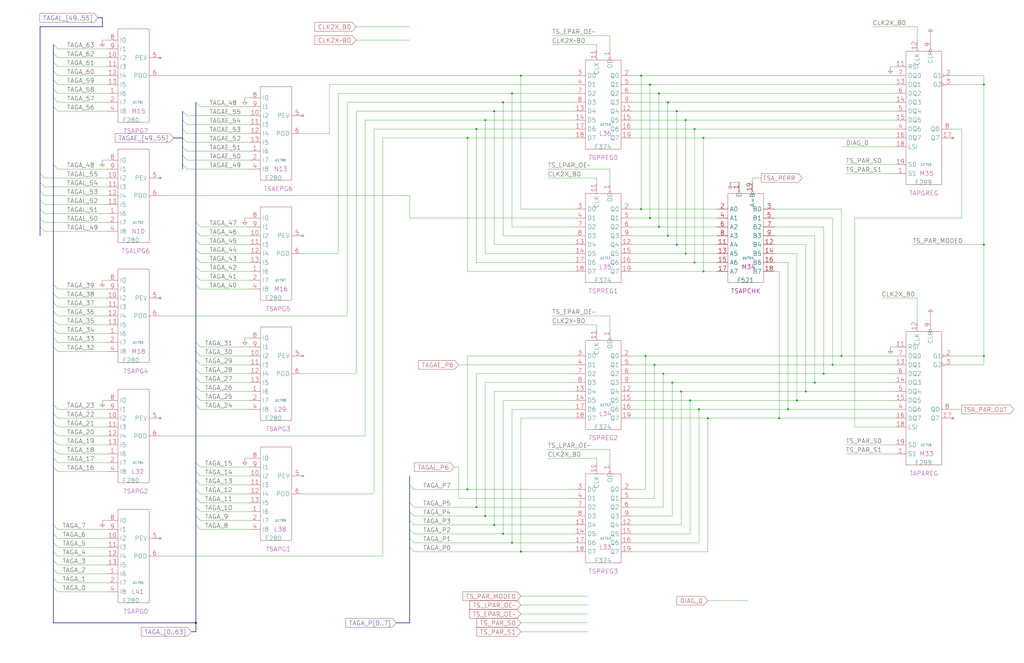
<source format=kicad_sch>
(kicad_sch (version 20230121) (generator eeschema)
  (paper "User" 584.2 378.46)
  (title_block (title "TAGACOMP\\nPARITY") (date "08-MAR-90") (rev "0.0") (comment 1 "MEM32 BOARD") (comment 2 "232-003066") (comment 3 "S400") (comment 4 "RELEASED"))
  (lib_symbols
    (symbol "r1000:F280" (pin_names (offset 1.016))
      (property "Reference" "U" (at 2.54 5.08 0))
      (property "Value" "F280" (at -6.35 -5.08 0))
      (property "Location" "___" (at -1.27 0 0))
      (property "Name" "______" (at 1.27 -12.7 0))
      (symbol "F280_1_1"
        (rectangle (start -8.89 46.99) (end 8.89 -6.35))
        (pin input line (at -15.24 10.16 0) (length 6.35) (name "I6") (number "1"))
        (pin input line (at -15.24 30.48 0) (length 6.35) (name "I2") (number "10"))
        (pin input line (at -15.24 25.4 0) (length 6.35) (name "I3") (number "11"))
        (pin input line (at -15.24 20.32 0) (length 6.35) (name "I4") (number "12"))
        (pin input line (at -15.24 15.24 0) (length 6.35) (name "I5") (number "13"))
        (pin input line (at -15.24 5.08 0) (length 6.35) (name "I7") (number "2"))
        (pin input line (at -15.24 0 0) (length 6.35) (name "I8") (number "4"))
        (pin output line (at 15.24 30.48 180) (length 6.35) (name "PEV") (number "5"))
        (pin output line (at 15.24 20.32 180) (length 6.35) (name "POD") (number "6"))
        (pin input line (at -15.24 40.64 0) (length 6.35) (name "I0") (number "8"))
        (pin input line (at -15.24 35.56 0) (length 6.35) (name "I1") (number "9"))
      )
    )
    (symbol "r1000:F299" (pin_names (offset 1.016))
      (property "Reference" "U" (at 2.54 5.08 0))
      (property "Value" "F299" (at -3.81 -5.08 0))
      (property "Location" "___" (at -1.27 0 0))
      (property "Name" "______" (at 1.27 -12.7 0))
      (symbol "F299_1_1"
        (rectangle (start -8.89 69.85) (end 11.43 -6.35))
        (circle (center 5.08 70.485) (radius 0.635))
        (circle (center 12.065 50.8) (radius 0.635))
        (circle (center 12.065 55.88) (radius 0.635))
        (pin input line (at -15.24 0 0) (length 6.35) (name "S1") (number "1"))
        (pin input line (at -15.24 60.96 0) (length 6.35) (name "RSI") (number "11"))
        (pin input line (at -2.54 76.2 270) (length 6.35) (name "CLK") (number "12"))
        (pin bidirectional line (at -15.24 50.8 0) (length 6.35) (name "DQ1") (number "13"))
        (pin bidirectional line (at -15.24 40.64 0) (length 6.35) (name "DQ3") (number "14"))
        (pin bidirectional line (at -15.24 30.48 0) (length 6.35) (name "DQ5") (number "15"))
        (pin bidirectional line (at -15.24 20.32 0) (length 6.35) (name "DQ7") (number "16"))
        (pin output line (at 17.78 20.32 180) (length 6.35) (name "Q7") (number "17"))
        (pin input line (at -15.24 15.24 0) (length 6.35) (name "LSI") (number "18"))
        (pin input line (at -15.24 5.08 0) (length 6.35) (name "S0") (number "19"))
        (pin input line (at 17.78 55.88 180) (length 5.08) (name "G1") (number "2"))
        (pin input line (at 17.78 50.8 180) (length 5.08) (name "G2") (number "3"))
        (pin bidirectional line (at -15.24 25.4 0) (length 6.35) (name "DQ6") (number "4"))
        (pin bidirectional line (at -15.24 35.56 0) (length 6.35) (name "DQ4") (number "5"))
        (pin bidirectional line (at -15.24 45.72 0) (length 6.35) (name "DQ2") (number "6"))
        (pin bidirectional line (at -15.24 55.88 0) (length 6.35) (name "DQ0") (number "7"))
        (pin output line (at 17.78 25.4 180) (length 6.35) (name "Q0") (number "8"))
        (pin input line (at 5.08 76.2 270) (length 5.08) (name "CLR") (number "9"))
      )
    )
    (symbol "r1000:F374" (pin_names (offset 1.016))
      (property "Reference" "U" (at 2.54 5.08 0))
      (property "Value" "F374" (at -3.81 -7.62 0))
      (property "Location" "___" (at -1.27 0 0))
      (property "Name" "______" (at 1.27 -15.24 0))
      (symbol "F374_1_1"
        (rectangle (start -8.89 41.91) (end 11.43 -8.89))
        (circle (center 5.08 42.545) (radius 0.635))
        (pin input line (at 5.08 48.26 270) (length 5.08) (name "OE") (number "1"))
        (pin input line (at -2.54 48.26 270) (length 6.35) (name "CLK") (number "11"))
        (pin tri_state line (at 17.78 12.7 180) (length 6.35) (name "Q4") (number "12"))
        (pin input line (at -15.24 12.7 0) (length 6.35) (name "D4") (number "13"))
        (pin input line (at -15.24 7.62 0) (length 6.35) (name "D5") (number "14"))
        (pin tri_state line (at 17.78 7.62 180) (length 6.35) (name "Q5") (number "15"))
        (pin tri_state line (at 17.78 2.54 180) (length 6.35) (name "Q6") (number "16"))
        (pin input line (at -15.24 2.54 0) (length 6.35) (name "D6") (number "17"))
        (pin input line (at -15.24 -2.54 0) (length 6.35) (name "D7") (number "18"))
        (pin tri_state line (at 17.78 -2.54 180) (length 6.35) (name "Q7") (number "19"))
        (pin tri_state line (at 17.78 33.02 180) (length 6.35) (name "Q0") (number "2"))
        (pin input line (at -15.24 33.02 0) (length 6.35) (name "D0") (number "3"))
        (pin input line (at -15.24 27.94 0) (length 6.35) (name "D1") (number "4"))
        (pin tri_state line (at 17.78 27.94 180) (length 6.35) (name "Q1") (number "5"))
        (pin tri_state line (at 17.78 22.86 180) (length 6.35) (name "Q2") (number "6"))
        (pin input line (at -15.24 22.86 0) (length 6.35) (name "D2") (number "7"))
        (pin input line (at -15.24 17.78 0) (length 6.35) (name "D3") (number "8"))
        (pin tri_state line (at 17.78 17.78 180) (length 6.35) (name "Q3") (number "9"))
      )
    )
    (symbol "r1000:F521" (pin_names (offset 1.016))
      (property "Reference" "U" (at 2.54 5.08 0))
      (property "Value" "F521" (at -3.81 -7.62 0))
      (property "Location" "___" (at -1.27 0 0))
      (property "Name" "______" (at 1.27 -15.24 0))
      (symbol "F521_1_1"
        (rectangle (start -8.89 41.91) (end 11.43 -8.89))
        (circle (center -2.54 42.545) (radius 0.635))
        (circle (center 5.08 42.545) (radius 0.635))
        (pin input line (at -2.54 48.26 270) (length 5.08) (name "E") (number "1"))
        (pin input line (at -15.24 12.7 0) (length 6.35) (name "A4") (number "11"))
        (pin input line (at 17.78 12.7 180) (length 6.35) (name "B4") (number "12"))
        (pin input line (at -15.24 7.62 0) (length 6.35) (name "A5") (number "13"))
        (pin input line (at 17.78 7.62 180) (length 6.35) (name "B5") (number "14"))
        (pin input line (at -15.24 2.54 0) (length 6.35) (name "A6") (number "15"))
        (pin input line (at 17.78 2.54 180) (length 6.35) (name "B6") (number "16"))
        (pin input line (at -15.24 -2.54 0) (length 6.35) (name "A7") (number "17"))
        (pin input line (at 17.78 -2.54 180) (length 6.35) (name "B7") (number "18"))
        (pin output line (at 5.08 48.26 270) (length 5.08) (name "A=B") (number "19"))
        (pin input line (at -15.24 33.02 0) (length 6.35) (name "A0") (number "2"))
        (pin input line (at 17.78 33.02 180) (length 6.35) (name "B0") (number "3"))
        (pin input line (at -15.24 27.94 0) (length 6.35) (name "A1") (number "4"))
        (pin input line (at 17.78 27.94 180) (length 6.35) (name "B1") (number "5"))
        (pin input line (at -15.24 22.86 0) (length 6.35) (name "A2") (number "6"))
        (pin input line (at 17.78 22.86 180) (length 6.35) (name "B2") (number "7"))
        (pin input line (at -15.24 17.78 0) (length 6.35) (name "A3") (number "8"))
        (pin input line (at 17.78 17.78 180) (length 6.35) (name "B3") (number "9"))
      )
    )
    (symbol "r1000:PD" (power) (pin_numbers hide) (pin_names hide) (in_bom no)
      (symbol "PD_0_1"
        (polyline (pts (xy 0 -2.54) (xy 1.27 -2.54) (xy 0 -3.81) (xy -1.27 -2.54) (xy 0 -2.54)) (stroke (width 0.1524)))
      )
      (symbol "PD_1_1"
        (pin power_in line (at 0 0 270) (length 2.54) (name "PD") (number "1"))
      )
    )
    (symbol "r1000:PU" (power) (pin_numbers hide) (pin_names hide)
      (symbol "PU_0_1"
        (polyline (pts (xy 0 2.54) (xy -1.27 2.54) (xy 0 3.81) (xy 1.27 2.54) (xy 0 2.54)) (stroke (width 0.1524)))
      )
      (symbol "PU_1_1"
        (pin power_in line (at 0 0 90) (length 2.54) (name "PU") (number "1"))
      )
    )
  )
  (junction (at 391.16 144.78))
  (junction (at 401.32 78.74))
  (junction (at 375.92 53.34))
  (junction (at 386.08 63.5))
  (junction (at 386.08 139.7))
  (junction (at 271.78 289.56))
  (junction (at 297.18 43.18))
  (junction (at 449.58 233.68))
  (junction (at 373.38 208.28))
  (junction (at 381 134.62))
  (junction (at 276.86 68.58))
  (junction (at 469.9 213.36))
  (junction (at 388.62 223.52))
  (junction (at 561.34 139.7))
  (junction (at 365.76 43.18))
  (junction (at 111.76 355.6))
  (junction (at 292.1 53.34))
  (junction (at 393.7 228.6))
  (junction (at 444.5 238.76))
  (junction (at 368.3 203.2))
  (junction (at 375.92 129.54))
  (junction (at 370.84 48.26))
  (junction (at 292.1 309.88))
  (junction (at 365.76 119.38))
  (junction (at 281.94 63.5))
  (junction (at 401.32 154.94))
  (junction (at 297.18 314.96))
  (junction (at 271.78 73.66))
  (junction (at 398.78 233.68))
  (junction (at 370.84 124.46))
  (junction (at 383.54 218.44))
  (junction (at 287.02 304.8))
  (junction (at 266.7 279.4))
  (junction (at 561.34 203.2))
  (junction (at 561.34 48.26))
  (junction (at 396.24 73.66))
  (junction (at 459.74 223.52))
  (junction (at 281.94 299.72))
  (junction (at 464.82 218.44))
  (junction (at 287.02 58.42))
  (junction (at 403.86 238.76))
  (junction (at 474.98 208.28))
  (junction (at 276.86 294.64))
  (junction (at 381 58.42))
  (junction (at 480.06 203.2))
  (junction (at 266.7 78.74))
  (junction (at 396.24 149.86))
  (junction (at 378.46 213.36))
  (junction (at 454.66 228.6))
  (junction (at 391.16 68.58))
  (no_connect (at 91.44 307.34))
  (no_connect (at 172.72 134.62))
  (no_connect (at 543.56 78.74))
  (no_connect (at 91.44 170.18))
  (no_connect (at 91.44 101.6))
  (no_connect (at 172.72 203.2))
  (no_connect (at 172.72 271.78))
  (no_connect (at 543.56 238.76))
  (no_connect (at 91.44 33.02))
  (no_connect (at 91.44 238.76))
  (no_connect (at 172.72 66.04))
  (bus_entry (at 233.68 297.18) (size 2.54 2.54))
  (bus_entry (at 22.86 119.38) (size 2.54 2.54))
  (bus_entry (at 104.14 78.74) (size 2.54 2.54))
  (bus_entry (at 111.76 231.14) (size 2.54 2.54))
  (bus_entry (at 30.48 45.72) (size 2.54 2.54))
  (bus_entry (at 111.76 210.82) (size 2.54 2.54))
  (bus_entry (at 22.86 99.06) (size 2.54 2.54))
  (bus_entry (at 104.14 93.98) (size 2.54 2.54))
  (bus_entry (at 111.76 284.48) (size 2.54 2.54))
  (bus_entry (at 111.76 195.58) (size 2.54 2.54))
  (bus_entry (at 30.48 193.04) (size 2.54 2.54))
  (bus_entry (at 30.48 182.88) (size 2.54 2.54))
  (bus_entry (at 30.48 261.62) (size 2.54 2.54))
  (bus_entry (at 233.68 276.86) (size 2.54 2.54))
  (bus_entry (at 104.14 83.82) (size 2.54 2.54))
  (bus_entry (at 30.48 50.8) (size 2.54 2.54))
  (bus_entry (at 111.76 215.9) (size 2.54 2.54))
  (bus_entry (at 233.68 292.1) (size 2.54 2.54))
  (bus_entry (at 111.76 226.06) (size 2.54 2.54))
  (bus_entry (at 111.76 274.32) (size 2.54 2.54))
  (bus_entry (at 30.48 177.8) (size 2.54 2.54))
  (bus_entry (at 111.76 147.32) (size 2.54 2.54))
  (bus_entry (at 111.76 162.56) (size 2.54 2.54))
  (bus_entry (at 30.48 167.64) (size 2.54 2.54))
  (bus_entry (at 30.48 40.64) (size 2.54 2.54))
  (bus_entry (at 111.76 279.4) (size 2.54 2.54))
  (bus_entry (at 111.76 200.66) (size 2.54 2.54))
  (bus_entry (at 111.76 152.4) (size 2.54 2.54))
  (bus_entry (at 30.48 330.2) (size 2.54 2.54))
  (bus_entry (at 30.48 320.04) (size 2.54 2.54))
  (bus_entry (at 30.48 309.88) (size 2.54 2.54))
  (bus_entry (at 22.86 129.54) (size 2.54 2.54))
  (bus_entry (at 30.48 231.14) (size 2.54 2.54))
  (bus_entry (at 30.48 241.3) (size 2.54 2.54))
  (bus_entry (at 104.14 88.9) (size 2.54 2.54))
  (bus_entry (at 30.48 246.38) (size 2.54 2.54))
  (bus_entry (at 30.48 335.28) (size 2.54 2.54))
  (bus_entry (at 30.48 299.72) (size 2.54 2.54))
  (bus_entry (at 233.68 287.02) (size 2.54 2.54))
  (bus_entry (at 233.68 307.34) (size 2.54 2.54))
  (bus_entry (at 111.76 269.24) (size 2.54 2.54))
  (bus_entry (at 111.76 142.24) (size 2.54 2.54))
  (bus_entry (at 104.14 63.5) (size 2.54 2.54))
  (bus_entry (at 111.76 58.42) (size 2.54 2.54))
  (bus_entry (at 111.76 157.48) (size 2.54 2.54))
  (bus_entry (at 30.48 172.72) (size 2.54 2.54))
  (bus_entry (at 111.76 205.74) (size 2.54 2.54))
  (bus_entry (at 30.48 35.56) (size 2.54 2.54))
  (bus_entry (at 111.76 264.16) (size 2.54 2.54))
  (bus_entry (at 111.76 220.98) (size 2.54 2.54))
  (bus_entry (at 30.48 236.22) (size 2.54 2.54))
  (bus_entry (at 111.76 299.72) (size 2.54 2.54))
  (bus_entry (at 111.76 127) (size 2.54 2.54))
  (bus_entry (at 22.86 124.46) (size 2.54 2.54))
  (bus_entry (at 22.86 104.14) (size 2.54 2.54))
  (bus_entry (at 30.48 55.88) (size 2.54 2.54))
  (bus_entry (at 30.48 266.7) (size 2.54 2.54))
  (bus_entry (at 111.76 289.56) (size 2.54 2.54))
  (bus_entry (at 30.48 325.12) (size 2.54 2.54))
  (bus_entry (at 104.14 68.58) (size 2.54 2.54))
  (bus_entry (at 30.48 30.48) (size 2.54 2.54))
  (bus_entry (at 30.48 25.4) (size 2.54 2.54))
  (bus_entry (at 22.86 109.22) (size 2.54 2.54))
  (bus_entry (at 30.48 304.8) (size 2.54 2.54))
  (bus_entry (at 30.48 251.46) (size 2.54 2.54))
  (bus_entry (at 30.48 162.56) (size 2.54 2.54))
  (bus_entry (at 104.14 73.66) (size 2.54 2.54))
  (bus_entry (at 30.48 60.96) (size 2.54 2.54))
  (bus_entry (at 22.86 114.3) (size 2.54 2.54))
  (bus_entry (at 30.48 93.98) (size 2.54 2.54))
  (bus_entry (at 30.48 198.12) (size 2.54 2.54))
  (bus_entry (at 30.48 314.96) (size 2.54 2.54))
  (bus_entry (at 111.76 294.64) (size 2.54 2.54))
  (bus_entry (at 233.68 302.26) (size 2.54 2.54))
  (bus_entry (at 30.48 256.54) (size 2.54 2.54))
  (bus_entry (at 111.76 137.16) (size 2.54 2.54))
  (bus_entry (at 233.68 312.42) (size 2.54 2.54))
  (bus_entry (at 111.76 132.08) (size 2.54 2.54))
  (bus_entry (at 30.48 187.96) (size 2.54 2.54))
  (wire (pts (xy 218.44 317.5) (xy 218.44 78.74)))
  (bus (pts (xy 111.76 152.4) (xy 111.76 157.48)))
  (wire (pts (xy 114.3 302.26) (xy 142.24 302.26)))
  (wire (pts (xy 114.3 139.7) (xy 142.24 139.7)))
  (wire (pts (xy 340.36 25.4) (xy 340.36 27.94)))
  (wire (pts (xy 396.24 149.86) (xy 408.94 149.86)))
  (wire (pts (xy 469.9 129.54) (xy 441.96 129.54)))
  (wire (pts (xy 386.08 63.5) (xy 386.08 139.7)))
  (wire (pts (xy 530.86 20.32) (xy 530.86 22.86)))
  (wire (pts (xy 297.18 360.68) (xy 335.28 360.68)))
  (bus (pts (xy 30.48 335.28) (xy 30.48 355.6)))
  (wire (pts (xy 444.5 154.94) (xy 444.5 238.76)))
  (wire (pts (xy 266.7 78.74) (xy 327.66 78.74)))
  (wire (pts (xy 449.58 233.68) (xy 510.54 233.68)))
  (wire (pts (xy 281.94 299.72) (xy 281.94 223.52)))
  (wire (pts (xy 91.44 180.34) (xy 198.12 180.34)))
  (bus (pts (xy 111.76 269.24) (xy 111.76 274.32)))
  (wire (pts (xy 360.68 129.54) (xy 375.92 129.54)))
  (bus (pts (xy 22.86 114.3) (xy 22.86 119.38)))
  (bus (pts (xy 226.06 355.6) (xy 233.68 355.6)))
  (wire (pts (xy 360.68 228.6) (xy 393.7 228.6)))
  (wire (pts (xy 469.9 213.36) (xy 469.9 129.54)))
  (wire (pts (xy 193.04 144.78) (xy 193.04 53.34)))
  (bus (pts (xy 109.22 360.68) (xy 111.76 360.68)))
  (wire (pts (xy 58.42 160.02) (xy 60.96 160.02)))
  (bus (pts (xy 111.76 289.56) (xy 111.76 294.64)))
  (wire (pts (xy 398.78 233.68) (xy 449.58 233.68)))
  (bus (pts (xy 30.48 198.12) (xy 30.48 231.14)))
  (wire (pts (xy 266.7 203.2) (xy 266.7 279.4)))
  (bus (pts (xy 233.68 297.18) (xy 233.68 302.26)))
  (wire (pts (xy 360.68 238.76) (xy 403.86 238.76)))
  (wire (pts (xy 347.98 96.52) (xy 347.98 104.14)))
  (bus (pts (xy 30.48 172.72) (xy 30.48 177.8)))
  (bus (pts (xy 30.48 320.04) (xy 30.48 325.12)))
  (wire (pts (xy 312.42 256.54) (xy 347.98 256.54)))
  (wire (pts (xy 114.3 154.94) (xy 142.24 154.94)))
  (wire (pts (xy 561.34 139.7) (xy 561.34 203.2)))
  (wire (pts (xy 91.44 111.76) (xy 233.68 111.76)))
  (wire (pts (xy 398.78 233.68) (xy 398.78 309.88)))
  (wire (pts (xy 172.72 144.78) (xy 193.04 144.78)))
  (bus (pts (xy 111.76 137.16) (xy 111.76 142.24)))
  (wire (pts (xy 360.68 68.58) (xy 391.16 68.58)))
  (bus (pts (xy 111.76 220.98) (xy 111.76 226.06)))
  (wire (pts (xy 287.02 58.42) (xy 327.66 58.42)))
  (wire (pts (xy 33.02 195.58) (xy 60.96 195.58)))
  (wire (pts (xy 378.46 213.36) (xy 469.9 213.36)))
  (wire (pts (xy 365.76 119.38) (xy 408.94 119.38)))
  (bus (pts (xy 104.14 73.66) (xy 104.14 78.74)))
  (wire (pts (xy 33.02 307.34) (xy 60.96 307.34)))
  (wire (pts (xy 381 134.62) (xy 408.94 134.62)))
  (bus (pts (xy 30.48 35.56) (xy 30.48 40.64)))
  (wire (pts (xy 297.18 340.36) (xy 335.28 340.36)))
  (bus (pts (xy 30.48 60.96) (xy 30.48 93.98)))
  (wire (pts (xy 236.22 279.4) (xy 266.7 279.4)))
  (wire (pts (xy 327.66 218.44) (xy 276.86 218.44)))
  (bus (pts (xy 111.76 231.14) (xy 111.76 264.16)))
  (wire (pts (xy 454.66 228.6) (xy 510.54 228.6)))
  (wire (pts (xy 114.3 266.7) (xy 142.24 266.7)))
  (bus (pts (xy 111.76 157.48) (xy 111.76 162.56)))
  (wire (pts (xy 33.02 233.68) (xy 60.96 233.68)))
  (wire (pts (xy 233.68 111.76) (xy 233.68 124.46)))
  (wire (pts (xy 360.68 119.38) (xy 365.76 119.38)))
  (wire (pts (xy 393.7 304.8) (xy 393.7 228.6)))
  (bus (pts (xy 30.48 55.88) (xy 30.48 60.96)))
  (wire (pts (xy 236.22 294.64) (xy 276.86 294.64)))
  (bus (pts (xy 30.48 193.04) (xy 30.48 198.12)))
  (wire (pts (xy 327.66 134.62) (xy 287.02 134.62)))
  (wire (pts (xy 459.74 223.52) (xy 510.54 223.52)))
  (wire (pts (xy 459.74 139.7) (xy 441.96 139.7)))
  (bus (pts (xy 233.68 292.1) (xy 233.68 297.18)))
  (wire (pts (xy 114.3 287.02) (xy 142.24 287.02)))
  (wire (pts (xy 271.78 213.36) (xy 327.66 213.36)))
  (wire (pts (xy 441.96 124.46) (xy 474.98 124.46)))
  (wire (pts (xy 375.92 53.34) (xy 375.92 129.54)))
  (wire (pts (xy 25.4 101.6) (xy 60.96 101.6)))
  (bus (pts (xy 30.48 299.72) (xy 30.48 304.8)))
  (wire (pts (xy 33.02 96.52) (xy 60.96 96.52)))
  (bus (pts (xy 233.68 276.86) (xy 233.68 287.02)))
  (wire (pts (xy 561.34 43.18) (xy 561.34 48.26)))
  (wire (pts (xy 360.68 58.42) (xy 381 58.42)))
  (wire (pts (xy 114.3 213.36) (xy 142.24 213.36)))
  (wire (pts (xy 292.1 53.34) (xy 292.1 129.54)))
  (wire (pts (xy 297.18 238.76) (xy 297.18 314.96)))
  (wire (pts (xy 502.92 170.18) (xy 523.24 170.18)))
  (wire (pts (xy 266.7 279.4) (xy 327.66 279.4)))
  (wire (pts (xy 33.02 317.5) (xy 60.96 317.5)))
  (wire (pts (xy 292.1 129.54) (xy 327.66 129.54)))
  (wire (pts (xy 271.78 149.86) (xy 327.66 149.86)))
  (wire (pts (xy 365.76 43.18) (xy 510.54 43.18)))
  (wire (pts (xy 106.68 81.28) (xy 142.24 81.28)))
  (bus (pts (xy 22.86 124.46) (xy 22.86 129.54)))
  (wire (pts (xy 454.66 144.78) (xy 454.66 228.6)))
  (bus (pts (xy 30.48 231.14) (xy 30.48 236.22)))
  (wire (pts (xy 198.12 58.42) (xy 287.02 58.42)))
  (bus (pts (xy 233.68 271.78) (xy 233.68 276.86)))
  (wire (pts (xy 276.86 68.58) (xy 327.66 68.58)))
  (wire (pts (xy 386.08 63.5) (xy 510.54 63.5)))
  (wire (pts (xy 25.4 106.68) (xy 60.96 106.68)))
  (wire (pts (xy 370.84 48.26) (xy 510.54 48.26)))
  (wire (pts (xy 261.62 284.48) (xy 261.62 266.7)))
  (wire (pts (xy 281.94 139.7) (xy 327.66 139.7)))
  (wire (pts (xy 340.36 261.62) (xy 340.36 264.16)))
  (bus (pts (xy 111.76 127) (xy 111.76 132.08)))
  (wire (pts (xy 33.02 200.66) (xy 60.96 200.66)))
  (wire (pts (xy 378.46 289.56) (xy 360.68 289.56)))
  (wire (pts (xy 368.3 203.2) (xy 368.3 279.4)))
  (wire (pts (xy 391.16 144.78) (xy 408.94 144.78)))
  (wire (pts (xy 381 58.42) (xy 381 134.62)))
  (wire (pts (xy 327.66 238.76) (xy 297.18 238.76)))
  (bus (pts (xy 30.48 256.54) (xy 30.48 261.62)))
  (wire (pts (xy 33.02 180.34) (xy 60.96 180.34)))
  (wire (pts (xy 327.66 203.2) (xy 266.7 203.2)))
  (bus (pts (xy 104.14 83.82) (xy 104.14 88.9)))
  (wire (pts (xy 360.68 314.96) (xy 403.86 314.96)))
  (wire (pts (xy 327.66 154.94) (xy 266.7 154.94)))
  (wire (pts (xy 233.68 124.46) (xy 327.66 124.46)))
  (wire (pts (xy 360.68 48.26) (xy 370.84 48.26)))
  (bus (pts (xy 99.06 78.74) (xy 104.14 78.74)))
  (bus (pts (xy 30.48 355.6) (xy 111.76 355.6)))
  (wire (pts (xy 58.42 22.86) (xy 60.96 22.86)))
  (wire (pts (xy 561.34 208.28) (xy 543.56 208.28)))
  (bus (pts (xy 233.68 307.34) (xy 233.68 312.42)))
  (wire (pts (xy 381 58.42) (xy 510.54 58.42)))
  (wire (pts (xy 441.96 134.62) (xy 464.82 134.62)))
  (bus (pts (xy 104.14 63.5) (xy 104.14 68.58)))
  (wire (pts (xy 403.86 342.9) (xy 426.72 342.9)))
  (wire (pts (xy 218.44 78.74) (xy 266.7 78.74)))
  (bus (pts (xy 233.68 312.42) (xy 233.68 355.6)))
  (bus (pts (xy 22.86 109.22) (xy 22.86 114.3)))
  (wire (pts (xy 360.68 218.44) (xy 383.54 218.44)))
  (wire (pts (xy 33.02 312.42) (xy 60.96 312.42)))
  (wire (pts (xy 312.42 101.6) (xy 340.36 101.6)))
  (wire (pts (xy 33.02 322.58) (xy 60.96 322.58)))
  (wire (pts (xy 403.86 314.96) (xy 403.86 238.76)))
  (wire (pts (xy 360.68 73.66) (xy 396.24 73.66)))
  (wire (pts (xy 388.62 223.52) (xy 388.62 299.72)))
  (wire (pts (xy 497.84 15.24) (xy 523.24 15.24)))
  (bus (pts (xy 104.14 88.9) (xy 104.14 93.98)))
  (wire (pts (xy 340.36 185.42) (xy 340.36 187.96)))
  (bus (pts (xy 111.76 132.08) (xy 111.76 137.16)))
  (wire (pts (xy 33.02 238.76) (xy 60.96 238.76)))
  (bus (pts (xy 111.76 274.32) (xy 111.76 279.4)))
  (wire (pts (xy 314.96 180.34) (xy 347.98 180.34)))
  (wire (pts (xy 347.98 20.32) (xy 347.98 27.94)))
  (wire (pts (xy 292.1 309.88) (xy 327.66 309.88)))
  (wire (pts (xy 360.68 233.68) (xy 398.78 233.68)))
  (wire (pts (xy 480.06 119.38) (xy 441.96 119.38)))
  (wire (pts (xy 114.3 60.96) (xy 142.24 60.96)))
  (wire (pts (xy 327.66 228.6) (xy 287.02 228.6)))
  (wire (pts (xy 360.68 284.48) (xy 373.38 284.48)))
  (wire (pts (xy 373.38 208.28) (xy 474.98 208.28)))
  (wire (pts (xy 398.78 309.88) (xy 360.68 309.88)))
  (wire (pts (xy 236.22 314.96) (xy 297.18 314.96)))
  (wire (pts (xy 172.72 281.94) (xy 213.36 281.94)))
  (bus (pts (xy 30.48 266.7) (xy 30.48 299.72)))
  (wire (pts (xy 198.12 180.34) (xy 198.12 58.42)))
  (wire (pts (xy 401.32 78.74) (xy 401.32 154.94)))
  (wire (pts (xy 469.9 213.36) (xy 510.54 213.36)))
  (bus (pts (xy 30.48 50.8) (xy 30.48 55.88)))
  (wire (pts (xy 114.3 208.28) (xy 142.24 208.28)))
  (wire (pts (xy 543.56 233.68) (xy 548.64 233.68)))
  (wire (pts (xy 327.66 119.38) (xy 297.18 119.38)))
  (wire (pts (xy 91.44 43.18) (xy 297.18 43.18)))
  (wire (pts (xy 271.78 73.66) (xy 327.66 73.66)))
  (wire (pts (xy 548.64 73.66) (xy 543.56 73.66)))
  (bus (pts (xy 30.48 30.48) (xy 30.48 35.56)))
  (wire (pts (xy 213.36 73.66) (xy 271.78 73.66)))
  (wire (pts (xy 401.32 154.94) (xy 408.94 154.94)))
  (wire (pts (xy 383.54 218.44) (xy 464.82 218.44)))
  (wire (pts (xy 327.66 144.78) (xy 276.86 144.78)))
  (wire (pts (xy 106.68 86.36) (xy 142.24 86.36)))
  (wire (pts (xy 487.68 124.46) (xy 548.64 124.46)))
  (bus (pts (xy 111.76 147.32) (xy 111.76 152.4)))
  (wire (pts (xy 360.68 203.2) (xy 368.3 203.2)))
  (wire (pts (xy 271.78 289.56) (xy 271.78 213.36)))
  (wire (pts (xy 213.36 281.94) (xy 213.36 73.66)))
  (wire (pts (xy 360.68 63.5) (xy 386.08 63.5)))
  (wire (pts (xy 203.2 63.5) (xy 281.94 63.5)))
  (wire (pts (xy 261.62 208.28) (xy 327.66 208.28)))
  (wire (pts (xy 114.3 198.12) (xy 142.24 198.12)))
  (wire (pts (xy 360.68 154.94) (xy 401.32 154.94)))
  (wire (pts (xy 91.44 248.92) (xy 208.28 248.92)))
  (wire (pts (xy 314.96 185.42) (xy 340.36 185.42)))
  (bus (pts (xy 233.68 287.02) (xy 233.68 292.1)))
  (wire (pts (xy 482.6 93.98) (xy 510.54 93.98)))
  (wire (pts (xy 208.28 248.92) (xy 208.28 68.58)))
  (wire (pts (xy 114.3 134.62) (xy 142.24 134.62)))
  (bus (pts (xy 111.76 210.82) (xy 111.76 215.9)))
  (wire (pts (xy 340.36 101.6) (xy 340.36 104.14)))
  (bus (pts (xy 30.48 314.96) (xy 30.48 320.04)))
  (wire (pts (xy 543.56 203.2) (xy 561.34 203.2)))
  (wire (pts (xy 561.34 203.2) (xy 561.34 208.28)))
  (wire (pts (xy 139.7 193.04) (xy 142.24 193.04)))
  (wire (pts (xy 312.42 261.62) (xy 340.36 261.62)))
  (wire (pts (xy 114.3 271.78) (xy 142.24 271.78)))
  (wire (pts (xy 287.02 134.62) (xy 287.02 58.42)))
  (wire (pts (xy 543.56 43.18) (xy 561.34 43.18)))
  (wire (pts (xy 510.54 243.84) (xy 487.68 243.84)))
  (wire (pts (xy 33.02 190.5) (xy 60.96 190.5)))
  (bus (pts (xy 30.48 251.46) (xy 30.48 256.54)))
  (wire (pts (xy 58.42 297.18) (xy 60.96 297.18)))
  (wire (pts (xy 114.3 203.2) (xy 142.24 203.2)))
  (wire (pts (xy 373.38 284.48) (xy 373.38 208.28)))
  (wire (pts (xy 482.6 254) (xy 510.54 254)))
  (wire (pts (xy 25.4 116.84) (xy 60.96 116.84)))
  (wire (pts (xy 360.68 294.64) (xy 383.54 294.64)))
  (wire (pts (xy 106.68 66.04) (xy 142.24 66.04)))
  (bus (pts (xy 22.86 15.24) (xy 22.86 99.06)))
  (wire (pts (xy 360.68 53.34) (xy 375.92 53.34)))
  (bus (pts (xy 111.76 205.74) (xy 111.76 210.82)))
  (wire (pts (xy 139.7 261.62) (xy 142.24 261.62)))
  (wire (pts (xy 33.02 254) (xy 60.96 254)))
  (wire (pts (xy 347.98 180.34) (xy 347.98 187.96)))
  (bus (pts (xy 111.76 294.64) (xy 111.76 299.72)))
  (wire (pts (xy 33.02 38.1) (xy 60.96 38.1)))
  (wire (pts (xy 548.64 124.46) (xy 548.64 73.66)))
  (bus (pts (xy 58.42 10.16) (xy 58.42 15.24)))
  (bus (pts (xy 30.48 187.96) (xy 30.48 193.04)))
  (wire (pts (xy 391.16 68.58) (xy 510.54 68.58)))
  (wire (pts (xy 33.02 170.18) (xy 60.96 170.18)))
  (bus (pts (xy 30.48 167.64) (xy 30.48 172.72)))
  (wire (pts (xy 523.24 170.18) (xy 523.24 182.88)))
  (wire (pts (xy 375.92 129.54) (xy 408.94 129.54)))
  (wire (pts (xy 360.68 223.52) (xy 388.62 223.52)))
  (wire (pts (xy 91.44 317.5) (xy 218.44 317.5)))
  (bus (pts (xy 111.76 162.56) (xy 111.76 195.58)))
  (wire (pts (xy 33.02 269.24) (xy 60.96 269.24)))
  (bus (pts (xy 30.48 162.56) (xy 30.48 167.64)))
  (bus (pts (xy 111.76 299.72) (xy 111.76 355.6)))
  (wire (pts (xy 464.82 134.62) (xy 464.82 218.44)))
  (wire (pts (xy 449.58 233.68) (xy 449.58 149.86)))
  (bus (pts (xy 30.48 241.3) (xy 30.48 246.38)))
  (bus (pts (xy 111.76 215.9) (xy 111.76 220.98)))
  (wire (pts (xy 530.86 180.34) (xy 530.86 182.88)))
  (bus (pts (xy 104.14 68.58) (xy 104.14 73.66)))
  (wire (pts (xy 33.02 175.26) (xy 60.96 175.26)))
  (wire (pts (xy 370.84 124.46) (xy 408.94 124.46)))
  (wire (pts (xy 114.3 292.1) (xy 142.24 292.1)))
  (wire (pts (xy 33.02 248.92) (xy 60.96 248.92)))
  (wire (pts (xy 114.3 149.86) (xy 142.24 149.86)))
  (wire (pts (xy 403.86 238.76) (xy 444.5 238.76)))
  (wire (pts (xy 378.46 213.36) (xy 378.46 289.56)))
  (wire (pts (xy 58.42 91.44) (xy 60.96 91.44)))
  (wire (pts (xy 482.6 259.08) (xy 510.54 259.08)))
  (wire (pts (xy 106.68 91.44) (xy 142.24 91.44)))
  (wire (pts (xy 508 38.1) (xy 510.54 38.1)))
  (wire (pts (xy 368.3 203.2) (xy 480.06 203.2)))
  (wire (pts (xy 487.68 243.84) (xy 487.68 124.46)))
  (bus (pts (xy 111.76 264.16) (xy 111.76 269.24)))
  (wire (pts (xy 114.3 297.18) (xy 142.24 297.18)))
  (wire (pts (xy 106.68 96.52) (xy 142.24 96.52)))
  (wire (pts (xy 203.2 213.36) (xy 203.2 63.5)))
  (wire (pts (xy 33.02 58.42) (xy 60.96 58.42)))
  (bus (pts (xy 58.42 15.24) (xy 22.86 15.24)))
  (wire (pts (xy 106.68 76.2) (xy 142.24 76.2)))
  (wire (pts (xy 114.3 129.54) (xy 142.24 129.54)))
  (wire (pts (xy 388.62 223.52) (xy 459.74 223.52)))
  (bus (pts (xy 30.48 93.98) (xy 30.48 162.56)))
  (wire (pts (xy 281.94 63.5) (xy 327.66 63.5)))
  (wire (pts (xy 25.4 132.08) (xy 60.96 132.08)))
  (wire (pts (xy 33.02 63.5) (xy 60.96 63.5)))
  (wire (pts (xy 33.02 185.42) (xy 60.96 185.42)))
  (bus (pts (xy 111.76 284.48) (xy 111.76 289.56)))
  (wire (pts (xy 370.84 48.26) (xy 370.84 124.46)))
  (wire (pts (xy 386.08 139.7) (xy 408.94 139.7)))
  (bus (pts (xy 111.76 279.4) (xy 111.76 284.48)))
  (wire (pts (xy 114.3 160.02) (xy 142.24 160.02)))
  (wire (pts (xy 33.02 27.94) (xy 60.96 27.94)))
  (wire (pts (xy 276.86 218.44) (xy 276.86 294.64)))
  (wire (pts (xy 172.72 213.36) (xy 203.2 213.36)))
  (wire (pts (xy 139.7 55.88) (xy 142.24 55.88)))
  (wire (pts (xy 271.78 289.56) (xy 327.66 289.56)))
  (bus (pts (xy 30.48 40.64) (xy 30.48 45.72)))
  (wire (pts (xy 520.7 139.7) (xy 561.34 139.7)))
  (wire (pts (xy 401.32 78.74) (xy 510.54 78.74)))
  (bus (pts (xy 233.68 302.26) (xy 233.68 307.34)))
  (wire (pts (xy 429.26 101.6) (xy 429.26 104.14)))
  (bus (pts (xy 30.48 309.88) (xy 30.48 314.96)))
  (wire (pts (xy 114.3 281.94) (xy 142.24 281.94)))
  (wire (pts (xy 396.24 73.66) (xy 396.24 149.86)))
  (wire (pts (xy 25.4 111.76) (xy 60.96 111.76)))
  (wire (pts (xy 360.68 208.28) (xy 373.38 208.28)))
  (wire (pts (xy 474.98 208.28) (xy 510.54 208.28)))
  (wire (pts (xy 543.56 48.26) (xy 561.34 48.26)))
  (wire (pts (xy 236.22 299.72) (xy 281.94 299.72)))
  (bus (pts (xy 104.14 78.74) (xy 104.14 83.82)))
  (wire (pts (xy 25.4 127) (xy 60.96 127)))
  (wire (pts (xy 360.68 43.18) (xy 365.76 43.18)))
  (bus (pts (xy 22.86 119.38) (xy 22.86 124.46)))
  (wire (pts (xy 33.02 43.18) (xy 60.96 43.18)))
  (wire (pts (xy 33.02 48.26) (xy 60.96 48.26)))
  (wire (pts (xy 508 198.12) (xy 510.54 198.12)))
  (bus (pts (xy 111.76 226.06) (xy 111.76 231.14)))
  (wire (pts (xy 480.06 203.2) (xy 510.54 203.2)))
  (wire (pts (xy 236.22 289.56) (xy 271.78 289.56)))
  (wire (pts (xy 360.68 144.78) (xy 391.16 144.78)))
  (bus (pts (xy 22.86 104.14) (xy 22.86 109.22)))
  (bus (pts (xy 111.76 142.24) (xy 111.76 147.32)))
  (bus (pts (xy 30.48 304.8) (xy 30.48 309.88)))
  (wire (pts (xy 287.02 228.6) (xy 287.02 304.8)))
  (wire (pts (xy 391.16 68.58) (xy 391.16 144.78)))
  (wire (pts (xy 33.02 337.82) (xy 60.96 337.82)))
  (wire (pts (xy 281.94 63.5) (xy 281.94 139.7)))
  (bus (pts (xy 30.48 236.22) (xy 30.48 241.3)))
  (bus (pts (xy 22.86 129.54) (xy 22.86 134.62)))
  (bus (pts (xy 30.48 261.62) (xy 30.48 266.7)))
  (bus (pts (xy 30.48 246.38) (xy 30.48 251.46)))
  (wire (pts (xy 292.1 233.68) (xy 327.66 233.68)))
  (bus (pts (xy 111.76 200.66) (xy 111.76 205.74)))
  (wire (pts (xy 292.1 53.34) (xy 327.66 53.34)))
  (wire (pts (xy 375.92 53.34) (xy 510.54 53.34)))
  (wire (pts (xy 187.96 48.26) (xy 327.66 48.26)))
  (wire (pts (xy 33.02 327.66) (xy 60.96 327.66)))
  (wire (pts (xy 58.42 228.6) (xy 60.96 228.6)))
  (wire (pts (xy 314.96 25.4) (xy 340.36 25.4)))
  (wire (pts (xy 266.7 154.94) (xy 266.7 78.74)))
  (wire (pts (xy 25.4 121.92) (xy 60.96 121.92)))
  (wire (pts (xy 203.2 22.86) (xy 233.68 22.86)))
  (wire (pts (xy 281.94 299.72) (xy 327.66 299.72)))
  (wire (pts (xy 360.68 304.8) (xy 393.7 304.8)))
  (wire (pts (xy 33.02 53.34) (xy 60.96 53.34)))
  (wire (pts (xy 365.76 43.18) (xy 365.76 119.38)))
  (bus (pts (xy 55.88 10.16) (xy 58.42 10.16)))
  (wire (pts (xy 114.3 165.1) (xy 142.24 165.1)))
  (wire (pts (xy 114.3 276.86) (xy 142.24 276.86)))
  (wire (pts (xy 561.34 48.26) (xy 561.34 139.7)))
  (wire (pts (xy 297.18 119.38) (xy 297.18 43.18)))
  (wire (pts (xy 449.58 149.86) (xy 441.96 149.86)))
  (wire (pts (xy 33.02 243.84) (xy 60.96 243.84)))
  (bus (pts (xy 30.48 325.12) (xy 30.48 330.2)))
  (wire (pts (xy 482.6 99.06) (xy 510.54 99.06)))
  (bus (pts (xy 111.76 360.68) (xy 111.76 355.6)))
  (wire (pts (xy 297.18 355.6) (xy 335.28 355.6)))
  (wire (pts (xy 312.42 96.52) (xy 347.98 96.52)))
  (wire (pts (xy 444.5 238.76) (xy 510.54 238.76)))
  (bus (pts (xy 30.48 182.88) (xy 30.48 187.96)))
  (bus (pts (xy 22.86 99.06) (xy 22.86 104.14)))
  (wire (pts (xy 259.08 266.7) (xy 261.62 266.7)))
  (wire (pts (xy 297.18 350.52) (xy 335.28 350.52)))
  (bus (pts (xy 30.48 330.2) (xy 30.48 335.28)))
  (wire (pts (xy 114.3 233.68) (xy 142.24 233.68)))
  (wire (pts (xy 187.96 76.2) (xy 187.96 48.26)))
  (wire (pts (xy 33.02 332.74) (xy 60.96 332.74)))
  (wire (pts (xy 271.78 73.66) (xy 271.78 149.86)))
  (wire (pts (xy 106.68 71.12) (xy 142.24 71.12)))
  (wire (pts (xy 434.34 101.6) (xy 429.26 101.6)))
  (bus (pts (xy 111.76 58.42) (xy 111.76 127)))
  (wire (pts (xy 523.24 15.24) (xy 523.24 22.86)))
  (wire (pts (xy 33.02 165.1) (xy 60.96 165.1)))
  (wire (pts (xy 114.3 228.6) (xy 142.24 228.6)))
  (wire (pts (xy 383.54 294.64) (xy 383.54 218.44)))
  (wire (pts (xy 276.86 144.78) (xy 276.86 68.58)))
  (wire (pts (xy 297.18 43.18) (xy 327.66 43.18)))
  (wire (pts (xy 208.28 68.58) (xy 276.86 68.58)))
  (wire (pts (xy 292.1 309.88) (xy 292.1 233.68)))
  (wire (pts (xy 480.06 83.82) (xy 510.54 83.82)))
  (wire (pts (xy 360.68 134.62) (xy 381 134.62)))
  (wire (pts (xy 388.62 299.72) (xy 360.68 299.72)))
  (wire (pts (xy 347.98 256.54) (xy 347.98 264.16)))
  (bus (pts (xy 104.14 93.98) (xy 104.14 96.52)))
  (wire (pts (xy 480.06 203.2) (xy 480.06 119.38)))
  (wire (pts (xy 297.18 345.44) (xy 335.28 345.44)))
  (wire (pts (xy 297.18 314.96) (xy 327.66 314.96)))
  (wire (pts (xy 368.3 279.4) (xy 360.68 279.4)))
  (wire (pts (xy 203.2 15.24) (xy 233.68 15.24)))
  (wire (pts (xy 33.02 302.26) (xy 60.96 302.26)))
  (wire (pts (xy 114.3 223.52) (xy 142.24 223.52)))
  (wire (pts (xy 172.72 76.2) (xy 187.96 76.2)))
  (wire (pts (xy 416.56 104.14) (xy 421.64 104.14)))
  (wire (pts (xy 33.02 33.02) (xy 60.96 33.02)))
  (wire (pts (xy 236.22 304.8) (xy 287.02 304.8)))
  (wire (pts (xy 474.98 124.46) (xy 474.98 208.28)))
  (wire (pts (xy 276.86 294.64) (xy 327.66 294.64)))
  (wire (pts (xy 360.68 139.7) (xy 386.08 139.7)))
  (bus (pts (xy 30.48 177.8) (xy 30.48 182.88)))
  (wire (pts (xy 360.68 149.86) (xy 396.24 149.86)))
  (wire (pts (xy 114.3 144.78) (xy 142.24 144.78)))
  (wire (pts (xy 441.96 144.78) (xy 454.66 144.78)))
  (wire (pts (xy 396.24 73.66) (xy 510.54 73.66)))
  (wire (pts (xy 114.3 218.44) (xy 142.24 218.44)))
  (wire (pts (xy 360.68 78.74) (xy 401.32 78.74)))
  (wire (pts (xy 33.02 259.08) (xy 60.96 259.08)))
  (wire (pts (xy 360.68 124.46) (xy 370.84 124.46)))
  (wire (pts (xy 33.02 264.16) (xy 60.96 264.16)))
  (bus (pts (xy 30.48 25.4) (xy 30.48 30.48)))
  (wire (pts (xy 139.7 124.46) (xy 142.24 124.46)))
  (wire (pts (xy 360.68 213.36) (xy 378.46 213.36)))
  (wire (pts (xy 459.74 223.52) (xy 459.74 139.7)))
  (wire (pts (xy 236.22 309.88) (xy 292.1 309.88)))
  (bus (pts (xy 30.48 45.72) (xy 30.48 50.8)))
  (wire (pts (xy 193.04 53.34) (xy 292.1 53.34)))
  (wire (pts (xy 441.96 154.94) (xy 444.5 154.94)))
  (wire (pts (xy 281.94 223.52) (xy 327.66 223.52)))
  (bus (pts (xy 111.76 195.58) (xy 111.76 200.66)))
  (wire (pts (xy 261.62 284.48) (xy 327.66 284.48)))
  (wire (pts (xy 393.7 228.6) (xy 454.66 228.6)))
  (wire (pts (xy 314.96 20.32) (xy 347.98 20.32)))
  (wire (pts (xy 464.82 218.44) (xy 510.54 218.44)))
  (wire (pts (xy 287.02 304.8) (xy 327.66 304.8)))
  (label "TAGA_11" (at 116.84 287.02 0) (effects (font (size 2.54 2.54))))
  (label "TAGA_7" (at 35.56 302.26 0) (effects (font (size 2.54 2.54))))
  (label "TAGA_P0" (at 241.3 314.96 0) (effects (font (size 2.54 2.54))))
  (label "TAGA_18" (at 38.1 259.08 0) (effects (font (size 2.54 2.54))))
  (label "TAGA_36" (at 38.1 180.34 0) (effects (font (size 2.54 2.54))))
  (label "TAGA_P3" (at 241.3 299.72 0) (effects (font (size 2.54 2.54))))
  (label "TAGA_33" (at 38.1 195.58 0) (effects (font (size 2.54 2.54))))
  (label "TAGA_34" (at 38.1 190.5 0) (effects (font (size 2.54 2.54))))
  (label "TAGA_63" (at 38.1 27.94 0) (effects (font (size 2.54 2.54))))
  (label "TAGAL_53" (at 38.1 111.76 0) (effects (font (size 2.54 2.54))))
  (label "CLK2X~B0" (at 314.96 25.4 0) (effects (font (size 2.54 2.54))))
  (label "TAGA_4" (at 35.56 317.5 0) (effects (font (size 2.54 2.54))))
  (label "TAGA_0" (at 35.56 337.82 0) (effects (font (size 2.54 2.54))))
  (label "TAGA_5" (at 35.56 312.42 0) (effects (font (size 2.54 2.54))))
  (label "TS_PAR_MODE0" (at 520.7 139.7 0) (effects (font (size 2.54 2.54))))
  (label "TAGAE_50" (at 119.38 91.44 0) (effects (font (size 2.54 2.54))))
  (label "TAGA_17" (at 38.1 264.16 0) (effects (font (size 2.54 2.54))))
  (label "TAGA_14" (at 116.84 271.78 0) (effects (font (size 2.54 2.54))))
  (label "CLK2X_B0" (at 502.92 170.18 0) (effects (font (size 2.54 2.54))))
  (label "TAGA_38" (at 38.1 170.18 0) (effects (font (size 2.54 2.54))))
  (label "TAGA_21" (at 38.1 243.84 0) (effects (font (size 2.54 2.54))))
  (label "TAGAL_54" (at 38.1 106.68 0) (effects (font (size 2.54 2.54))))
  (label "TAGAL_49" (at 38.1 132.08 0) (effects (font (size 2.54 2.54))))
  (label "TAGA_48" (at 119.38 60.96 0) (effects (font (size 2.54 2.54))))
  (label "TAGA_42" (at 119.38 154.94 0) (effects (font (size 2.54 2.54))))
  (label "TAGA_6" (at 35.56 307.34 0) (effects (font (size 2.54 2.54))))
  (label "TAGA_9" (at 116.84 297.18 0) (effects (font (size 2.54 2.54))))
  (label "TAGA_1" (at 35.56 332.74 0) (effects (font (size 2.54 2.54))))
  (label "TAGA_19" (at 38.1 254 0) (effects (font (size 2.54 2.54))))
  (label "TS_PAR_S0" (at 482.6 93.98 0) (effects (font (size 2.54 2.54))))
  (label "TS_EPAR_OE~" (at 314.96 180.34 0) (effects (font (size 2.54 2.54))))
  (label "TAGA_62" (at 38.1 33.02 0) (effects (font (size 2.54 2.54))))
  (label "TAGA_31" (at 116.84 198.12 0) (effects (font (size 2.54 2.54))))
  (label "TAGAE_52" (at 119.38 81.28 0) (effects (font (size 2.54 2.54))))
  (label "TAGA_2" (at 35.56 327.66 0) (effects (font (size 2.54 2.54))))
  (label "TAGA_27" (at 116.84 218.44 0) (effects (font (size 2.54 2.54))))
  (label "TAGAE_54" (at 119.38 71.12 0) (effects (font (size 2.54 2.54))))
  (label "TAGA_28" (at 116.84 213.36 0) (effects (font (size 2.54 2.54))))
  (label "TAGA_23" (at 38.1 233.68 0) (effects (font (size 2.54 2.54))))
  (label "TAGA_58" (at 38.1 53.34 0) (effects (font (size 2.54 2.54))))
  (label "CLK2X_B0" (at 312.42 101.6 0) (effects (font (size 2.54 2.54))))
  (label "TAGA_56" (at 38.1 63.5 0) (effects (font (size 2.54 2.54))))
  (label "DIAG_0" (at 482.6 83.82 0) (effects (font (size 2.54 2.54))))
  (label "TAGAL_52" (at 38.1 116.84 0) (effects (font (size 2.54 2.54))))
  (label "TAGA_48" (at 38.1 96.52 0) (effects (font (size 2.54 2.54))))
  (label "TS_PAR_S1" (at 482.6 99.06 0) (effects (font (size 2.54 2.54))))
  (label "TAGA_P5" (at 241.3 289.56 0) (effects (font (size 2.54 2.54))))
  (label "TS_PAR_S0" (at 482.6 254 0) (effects (font (size 2.54 2.54))))
  (label "TAGA_26" (at 116.84 223.52 0) (effects (font (size 2.54 2.54))))
  (label "TAGA_40" (at 119.38 165.1 0) (effects (font (size 2.54 2.54))))
  (label "TAGA_47" (at 119.38 129.54 0) (effects (font (size 2.54 2.54))))
  (label "TAGA_20" (at 38.1 248.92 0) (effects (font (size 2.54 2.54))))
  (label "TAGA_P2" (at 241.3 304.8 0) (effects (font (size 2.54 2.54))))
  (label "TAGA_12" (at 116.84 281.94 0) (effects (font (size 2.54 2.54))))
  (label "TAGA_24" (at 116.84 233.68 0) (effects (font (size 2.54 2.54))))
  (label "TAGA_60" (at 38.1 43.18 0) (effects (font (size 2.54 2.54))))
  (label "TAGA_61" (at 38.1 38.1 0) (effects (font (size 2.54 2.54))))
  (label "TAGA_44" (at 119.38 144.78 0) (effects (font (size 2.54 2.54))))
  (label "TAGA_25" (at 116.84 228.6 0) (effects (font (size 2.54 2.54))))
  (label "TS_LPAR_OE~" (at 312.42 96.52 0) (effects (font (size 2.54 2.54))))
  (label "TAGA_57" (at 38.1 58.42 0) (effects (font (size 2.54 2.54))))
  (label "TAGA_30" (at 116.84 203.2 0) (effects (font (size 2.54 2.54))))
  (label "TAGAE_55" (at 119.38 66.04 0) (effects (font (size 2.54 2.54))))
  (label "CLK2X~B0" (at 314.96 185.42 0) (effects (font (size 2.54 2.54))))
  (label "CLK2X_B0" (at 312.42 261.62 0) (effects (font (size 2.54 2.54))))
  (label "TAGA_43" (at 119.38 149.86 0) (effects (font (size 2.54 2.54))))
  (label "TAGA_P4" (at 241.3 294.64 0) (effects (font (size 2.54 2.54))))
  (label "TAGA_35" (at 38.1 185.42 0) (effects (font (size 2.54 2.54))))
  (label "TS_LPAR_OE~" (at 312.42 256.54 0) (effects (font (size 2.54 2.54))))
  (label "TAGAL_51" (at 38.1 121.92 0) (effects (font (size 2.54 2.54))))
  (label "TAGA_45" (at 119.38 139.7 0) (effects (font (size 2.54 2.54))))
  (label "TAGA_22" (at 38.1 238.76 0) (effects (font (size 2.54 2.54))))
  (label "TAGA_10" (at 116.84 292.1 0) (effects (font (size 2.54 2.54))))
  (label "TAGAE_49" (at 119.38 96.52 0) (effects (font (size 2.54 2.54))))
  (label "TAGAL_55" (at 38.1 101.6 0) (effects (font (size 2.54 2.54))))
  (label "TAGAE_51" (at 119.38 86.36 0) (effects (font (size 2.54 2.54))))
  (label "TAGA_39" (at 38.1 165.1 0) (effects (font (size 2.54 2.54))))
  (label "TAGA_13" (at 116.84 276.86 0) (effects (font (size 2.54 2.54))))
  (label "TAGA_16" (at 38.1 269.24 0) (effects (font (size 2.54 2.54))))
  (label "TS_EPAR_OE~" (at 314.96 20.32 0) (effects (font (size 2.54 2.54))))
  (label "TAGA_37" (at 38.1 175.26 0) (effects (font (size 2.54 2.54))))
  (label "TAGA_15" (at 116.84 266.7 0) (effects (font (size 2.54 2.54))))
  (label "TS_PAR_S1" (at 482.6 259.08 0) (effects (font (size 2.54 2.54))))
  (label "TAGA_59" (at 38.1 48.26 0) (effects (font (size 2.54 2.54))))
  (label "TAGA_46" (at 119.38 134.62 0) (effects (font (size 2.54 2.54))))
  (label "TAGA_P1" (at 241.3 309.88 0) (effects (font (size 2.54 2.54))))
  (label "TAGA_41" (at 119.38 160.02 0) (effects (font (size 2.54 2.54))))
  (label "TAGAL_50" (at 38.1 127 0) (effects (font (size 2.54 2.54))))
  (label "TAGAE_53" (at 119.38 76.2 0) (effects (font (size 2.54 2.54))))
  (label "TAGA_8" (at 116.84 302.26 0) (effects (font (size 2.54 2.54))))
  (label "TAGA_3" (at 35.56 322.58 0) (effects (font (size 2.54 2.54))))
  (label "TAGA_P7" (at 241.3 279.4 0) (effects (font (size 2.54 2.54))))
  (label "CLK2X_B0" (at 497.84 15.24 0) (effects (font (size 2.54 2.54))))
  (label "TAGA_32" (at 38.1 200.66 0) (effects (font (size 2.54 2.54))))
  (label "TAGA_29" (at 116.84 208.28 0) (effects (font (size 2.54 2.54))))
  (global_label "CLK2X_B0" (shape input) (at 203.2 15.24 180) (effects (font (size 2.54 2.54))) (property "Intersheetrefs" "${INTERSHEET_REFS}" (at 179.5054 15.0813 0) (effects (font (size 1.905 1.905)) (justify right))))
  (global_label "TAGA_P[0..7]" (shape input) (at 226.06 355.6 180) (effects (font (size 2.54 2.54))) (property "Intersheetrefs" "${INTERSHEET_REFS}" (at 197.2854 355.4413 0) (effects (font (size 1.905 1.905)) (justify right))))
  (global_label "TS_PAR_S0" (shape input) (at 297.18 355.6 180) (effects (font (size 2.54 2.54))) (property "Intersheetrefs" "${INTERSHEET_REFS}" (at 272.034 355.4413 0) (effects (font (size 1.905 1.905)) (justify right))))
  (global_label "TAGAE_[49..55]" (shape input) (at 99.06 78.74 180) (effects (font (size 2.54 2.54))) (property "Intersheetrefs" "${INTERSHEET_REFS}" (at 65.6892 78.5813 0) (effects (font (size 1.905 1.905)) (justify right))))
  (global_label "TS_LPAR_OE~" (shape input) (at 297.18 345.44 180) (effects (font (size 2.54 2.54))) (property "Intersheetrefs" "${INTERSHEET_REFS}" (at 268.0426 345.2813 0) (effects (font (size 1.905 1.905)) (justify right))))
  (global_label "TSA_PAR_OUT" (shape output) (at 548.64 233.68 0) (effects (font (size 2.54 2.54))) (property "Intersheetrefs" "${INTERSHEET_REFS}" (at 578.3822 233.5213 0) (effects (font (size 1.905 1.905)) (justify left))))
  (global_label "TAGAE_P6" (shape input) (at 261.62 208.28 180) (effects (font (size 2.54 2.54))) (property "Intersheetrefs" "${INTERSHEET_REFS}" (at 238.7721 208.1213 0) (effects (font (size 1.905 1.905)) (justify right))))
  (global_label "CLK2X~B0" (shape input) (at 203.2 22.86 180) (effects (font (size 2.54 2.54))) (property "Intersheetrefs" "${INTERSHEET_REFS}" (at 179.6264 22.7013 0) (effects (font (size 1.905 1.905)) (justify right))))
  (global_label "TSA_PERR" (shape output) (at 434.34 101.6 0) (effects (font (size 2.54 2.54))) (property "Intersheetrefs" "${INTERSHEET_REFS}" (at 457.5508 101.4413 0) (effects (font (size 1.905 1.905)) (justify left))))
  (global_label "DIAG_0" (shape input) (at 403.86 342.9 180) (effects (font (size 2.54 2.54))) (property "Intersheetrefs" "${INTERSHEET_REFS}" (at 386.213 342.7413 0) (effects (font (size 1.905 1.905)) (justify right))))
  (global_label "TAGAL_[49..55]" (shape input) (at 55.88 10.16 180) (effects (font (size 2.54 2.54))) (property "Intersheetrefs" "${INTERSHEET_REFS}" (at 22.7511 10.0013 0) (effects (font (size 1.905 1.905)) (justify right))))
  (global_label "TAGAL_P6" (shape input) (at 259.08 266.7 180) (effects (font (size 2.54 2.54))) (property "Intersheetrefs" "${INTERSHEET_REFS}" (at 236.474 266.5413 0) (effects (font (size 1.905 1.905)) (justify right))))
  (global_label "TS_PAR_S1" (shape input) (at 297.18 360.68 180) (effects (font (size 2.54 2.54))) (property "Intersheetrefs" "${INTERSHEET_REFS}" (at 272.034 360.5213 0) (effects (font (size 1.905 1.905)) (justify right))))
  (global_label "TS_EPAR_OE~" (shape input) (at 297.18 350.52 180) (effects (font (size 2.54 2.54))) (property "Intersheetrefs" "${INTERSHEET_REFS}" (at 267.8007 350.3613 0) (effects (font (size 1.905 1.905)) (justify right))))
  (global_label "TS_PAR_MODE0" (shape input) (at 297.18 340.36 180) (effects (font (size 2.54 2.54))) (property "Intersheetrefs" "${INTERSHEET_REFS}" (at 264.0511 340.2013 0) (effects (font (size 1.905 1.905)) (justify right))))
  (global_label "TAGA_[0..63]" (shape input) (at 109.22 360.68 180) (effects (font (size 2.54 2.54))) (property "Intersheetrefs" "${INTERSHEET_REFS}" (at 80.5664 360.5213 0) (effects (font (size 1.905 1.905)) (justify right))))
  (symbol (lib_id "r1000:PD") (at 508 198.12 0) (unit 1) (in_bom no)
    (property "Reference" "#PWR0130" (effects hide))
    (property "Value" "PD" (effects hide))
  )
  (symbol (lib_id "r1000:F280") (at 76.2 63.5 0) (unit 1)
    (property "Reference" "U1701" (at 78.74 58.42 0))
    (property "Value" "F280" (at 69.85 68.58 0) (effects (font (size 2.54 2.54)) (justify left)))
    (property "Location" "M15" (at 74.93 63.5 0) (effects (font (size 2.54 2.54)) (justify left)))
    (property "Name" "TSAPG7" (at 77.47 76.2 0) (effects (font (size 2.54 2.54)) (justify bottom)))
  )
  (symbol (lib_id "r1000:F280") (at 157.48 233.68 0) (unit 1)
    (property "Reference" "U1708" (at 160.02 228.6 0))
    (property "Value" "F280" (at 151.13 238.76 0) (effects (font (size 2.54 2.54)) (justify left)))
    (property "Location" "L29" (at 156.21 233.68 0) (effects (font (size 2.54 2.54)) (justify left)))
    (property "Name" "TSAPG3" (at 158.75 246.38 0) (effects (font (size 2.54 2.54)) (justify bottom)))
  )
  (symbol (lib_id "r1000:F374") (at 342.9 152.4 0) (unit 1)
    (property "Reference" "U1711" (at 345.44 147.32 0))
    (property "Value" "F374" (at 339.09 160.02 0) (effects (font (size 2.54 2.54)) (justify left)))
    (property "Location" "L35" (at 341.63 152.4 0) (effects (font (size 2.54 2.54)) (justify left)))
    (property "Name" "TSPREG1" (at 344.17 167.64 0) (effects (font (size 2.54 2.54)) (justify bottom)))
  )
  (symbol (lib_id "r1000:PU") (at 530.86 180.34 0) (unit 1)
    (property "Reference" "#PWR0129" (effects hide))
    (property "Value" "PU" (effects hide))
  )
  (symbol (lib_id "r1000:F299") (at 525.78 99.06 0) (unit 1)
    (property "Reference" "U1715" (at 528.32 93.98 0))
    (property "Value" "F299" (at 521.97 104.14 0) (effects (font (size 2.54 2.54)) (justify left)))
    (property "Location" "M35" (at 524.51 99.06 0) (effects (font (size 2.54 2.54)) (justify left)))
    (property "Name" "TAPGREG" (at 527.05 111.76 0) (effects (font (size 2.54 2.54)) (justify bottom)))
  )
  (symbol (lib_id "r1000:F280") (at 157.48 96.52 0) (unit 1)
    (property "Reference" "U1706" (at 160.02 91.44 0))
    (property "Value" "F280" (at 151.13 101.6 0) (effects (font (size 2.54 2.54)) (justify left)))
    (property "Location" "N13" (at 156.21 96.52 0) (effects (font (size 2.54 2.54)) (justify left)))
    (property "Name" "TSAEPG6" (at 158.75 109.22 0) (effects (font (size 2.54 2.54)) (justify bottom)))
  )
  (symbol (lib_id "r1000:F280") (at 157.48 165.1 0) (unit 1)
    (property "Reference" "U1707" (at 160.02 160.02 0))
    (property "Value" "F280" (at 151.13 170.18 0) (effects (font (size 2.54 2.54)) (justify left)))
    (property "Location" "M16" (at 156.21 165.1 0) (effects (font (size 2.54 2.54)) (justify left)))
    (property "Name" "TSAPG5" (at 158.75 177.8 0) (effects (font (size 2.54 2.54)) (justify bottom)))
  )
  (symbol (lib_id "r1000:PD") (at 139.7 193.04 0) (unit 1) (in_bom no)
    (property "Reference" "#PWR0128" (effects hide))
    (property "Value" "PD" (effects hide))
  )
  (symbol (lib_id "r1000:PD") (at 416.56 104.14 0) (unit 1) (in_bom no)
    (property "Reference" "#PWR0145" (effects hide))
    (property "Value" "PD" (effects hide))
  )
  (symbol (lib_id "r1000:F280") (at 76.2 132.08 0) (unit 1)
    (property "Reference" "U1702" (at 78.74 127 0))
    (property "Value" "F280" (at 69.85 137.16 0) (effects (font (size 2.54 2.54)) (justify left)))
    (property "Location" "N10" (at 74.93 132.08 0) (effects (font (size 2.54 2.54)) (justify left)))
    (property "Name" "TSALPG6" (at 77.47 144.78 0) (effects (font (size 2.54 2.54)) (justify bottom)))
  )
  (symbol (lib_id "r1000:F280") (at 76.2 337.82 0) (unit 1)
    (property "Reference" "U1705" (at 78.74 332.74 0))
    (property "Value" "F280" (at 69.85 342.9 0) (effects (font (size 2.54 2.54)) (justify left)))
    (property "Location" "L41" (at 74.93 337.82 0) (effects (font (size 2.54 2.54)) (justify left)))
    (property "Name" "TSAPG0" (at 77.47 350.52 0) (effects (font (size 2.54 2.54)) (justify bottom)))
  )
  (symbol (lib_id "r1000:F299") (at 525.78 259.08 0) (unit 1)
    (property "Reference" "U1716" (at 528.32 254 0))
    (property "Value" "F299" (at 521.97 264.16 0) (effects (font (size 2.54 2.54)) (justify left)))
    (property "Location" "M33" (at 524.51 259.08 0) (effects (font (size 2.54 2.54)) (justify left)))
    (property "Name" "TAPAREG" (at 527.05 271.78 0) (effects (font (size 2.54 2.54)) (justify bottom)))
  )
  (symbol (lib_id "r1000:F280") (at 157.48 302.26 0) (unit 1)
    (property "Reference" "U1709" (at 160.02 297.18 0))
    (property "Value" "F280" (at 151.13 307.34 0) (effects (font (size 2.54 2.54)) (justify left)))
    (property "Location" "L38" (at 156.21 302.26 0) (effects (font (size 2.54 2.54)) (justify left)))
    (property "Name" "TSAPG1" (at 158.75 314.96 0) (effects (font (size 2.54 2.54)) (justify bottom)))
  )
  (symbol (lib_id "r1000:PD") (at 139.7 261.62 0) (unit 1) (in_bom no)
    (property "Reference" "#PWR0123" (effects hide))
    (property "Value" "PD" (effects hide))
  )
  (symbol (lib_id "r1000:PU") (at 530.86 20.32 0) (unit 1)
    (property "Reference" "#PWR0124" (effects hide))
    (property "Value" "PU" (effects hide))
  )
  (symbol (lib_id "r1000:PD") (at 139.7 124.46 0) (unit 1) (in_bom no)
    (property "Reference" "#PWR0122" (effects hide))
    (property "Value" "PD" (effects hide))
  )
  (symbol (lib_id "r1000:PD") (at 58.42 91.44 0) (unit 1) (in_bom no)
    (property "Reference" "#PWR0119" (effects hide))
    (property "Value" "PD" (effects hide))
  )
  (symbol (lib_id "r1000:PD") (at 58.42 160.02 0) (unit 1) (in_bom no)
    (property "Reference" "#PWR0125" (effects hide))
    (property "Value" "PD" (effects hide))
  )
  (symbol (lib_id "r1000:F521") (at 424.18 152.4 0) (unit 1)
    (property "Reference" "U1714" (at 426.72 147.32 0))
    (property "Value" "F521" (at 420.37 160.02 0) (effects (font (size 2.54 2.54)) (justify left)))
    (property "Location" "M34" (at 422.91 152.4 0) (effects (font (size 2.54 2.54)) (justify left)))
    (property "Name" "TSAPCHK" (at 425.45 167.64 0) (effects (font (size 2.54 2.54)) (justify bottom)))
  )
  (symbol (lib_id "r1000:F374") (at 342.9 76.2 0) (unit 1)
    (property "Reference" "U1710" (at 345.44 71.12 0))
    (property "Value" "F374" (at 339.09 83.82 0) (effects (font (size 2.54 2.54)) (justify left)))
    (property "Location" "L36" (at 341.63 76.2 0) (effects (font (size 2.54 2.54)) (justify left)))
    (property "Name" "TSPREG0" (at 344.17 91.44 0) (effects (font (size 2.54 2.54)) (justify bottom)))
  )
  (symbol (lib_id "r1000:F280") (at 76.2 269.24 0) (unit 1)
    (property "Reference" "U1704" (at 78.74 264.16 0))
    (property "Value" "F280" (at 69.85 274.32 0) (effects (font (size 2.54 2.54)) (justify left)))
    (property "Location" "L32" (at 74.93 269.24 0) (effects (font (size 2.54 2.54)) (justify left)))
    (property "Name" "TSAPG2" (at 77.47 281.94 0) (effects (font (size 2.54 2.54)) (justify bottom)))
  )
  (symbol (lib_id "r1000:F374") (at 342.9 312.42 0) (unit 1)
    (property "Reference" "U1713" (at 345.44 307.34 0))
    (property "Value" "F374" (at 339.09 320.04 0) (effects (font (size 2.54 2.54)) (justify left)))
    (property "Location" "L33" (at 341.63 312.42 0) (effects (font (size 2.54 2.54)) (justify left)))
    (property "Name" "TSPREG3" (at 344.17 327.66 0) (effects (font (size 2.54 2.54)) (justify bottom)))
  )
  (symbol (lib_id "r1000:PD") (at 58.42 228.6 0) (unit 1) (in_bom no)
    (property "Reference" "#PWR0126" (effects hide))
    (property "Value" "PD" (effects hide))
  )
  (symbol (lib_id "r1000:PD") (at 508 38.1 0) (unit 1) (in_bom no)
    (property "Reference" "#PWR0131" (effects hide))
    (property "Value" "PD" (effects hide))
  )
  (symbol (lib_id "r1000:F280") (at 76.2 200.66 0) (unit 1)
    (property "Reference" "U1703" (at 78.74 195.58 0))
    (property "Value" "F280" (at 69.85 205.74 0) (effects (font (size 2.54 2.54)) (justify left)))
    (property "Location" "M18" (at 74.93 200.66 0) (effects (font (size 2.54 2.54)) (justify left)))
    (property "Name" "TSAPG4" (at 77.47 213.36 0) (effects (font (size 2.54 2.54)) (justify bottom)))
  )
  (symbol (lib_id "r1000:PD") (at 139.7 55.88 0) (unit 1) (in_bom no)
    (property "Reference" "#PWR0121" (effects hide))
    (property "Value" "PD" (effects hide))
  )
  (symbol (lib_id "r1000:PD") (at 58.42 297.18 0) (unit 1) (in_bom no)
    (property "Reference" "#PWR0127" (effects hide))
    (property "Value" "PD" (effects hide))
  )
  (symbol (lib_id "r1000:PD") (at 58.42 22.86 0) (unit 1) (in_bom no)
    (property "Reference" "#PWR0120" (effects hide))
    (property "Value" "PD" (effects hide))
  )
  (symbol (lib_id "r1000:F374") (at 342.9 236.22 0) (unit 1)
    (property "Reference" "U1712" (at 345.44 231.14 0))
    (property "Value" "F374" (at 339.09 243.84 0) (effects (font (size 2.54 2.54)) (justify left)))
    (property "Location" "L34" (at 341.63 236.22 0) (effects (font (size 2.54 2.54)) (justify left)))
    (property "Name" "TSPREG2" (at 344.17 251.46 0) (effects (font (size 2.54 2.54)) (justify bottom)))
  )
)
</source>
